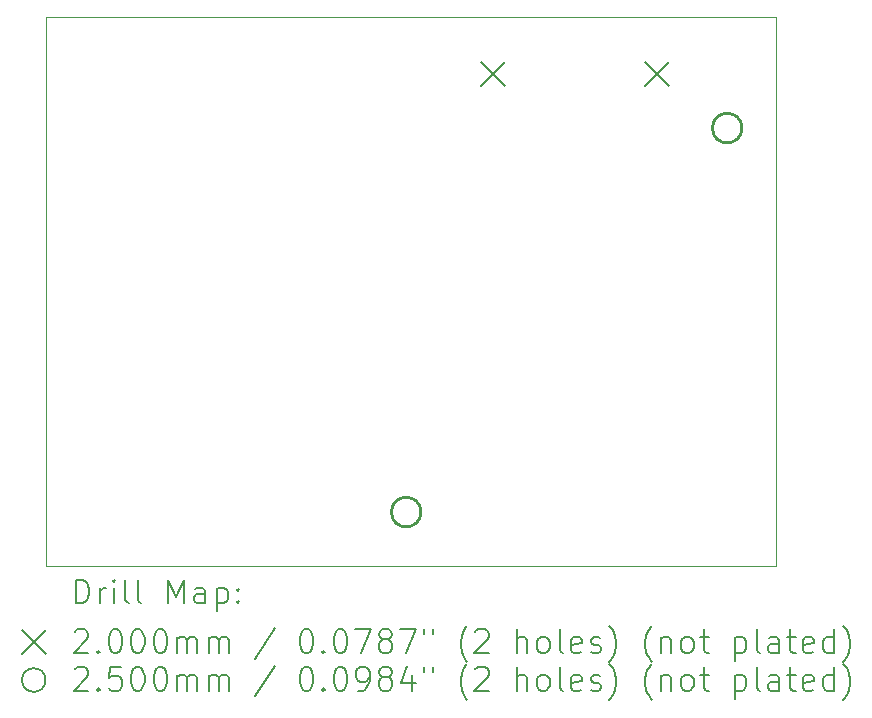
<source format=gbr>
%FSLAX45Y45*%
G04 Gerber Fmt 4.5, Leading zero omitted, Abs format (unit mm)*
G04 Created by KiCad (PCBNEW (6.0.1)) date 2022-04-24 16:29:00*
%MOMM*%
%LPD*%
G01*
G04 APERTURE LIST*
%TA.AperFunction,Profile*%
%ADD10C,0.100000*%
%TD*%
%ADD11C,0.200000*%
%ADD12C,0.250000*%
G04 APERTURE END LIST*
D10*
X16840200Y-6807200D02*
X23018400Y-6807200D01*
X23018400Y-6807200D02*
X23018400Y-11455400D01*
X23018400Y-11455400D02*
X16840200Y-11455400D01*
X16840200Y-11455400D02*
X16840200Y-6807200D01*
D11*
X20521500Y-7190500D02*
X20721500Y-7390500D01*
X20721500Y-7190500D02*
X20521500Y-7390500D01*
X21911500Y-7190500D02*
X22111500Y-7390500D01*
X22111500Y-7190500D02*
X21911500Y-7390500D01*
D12*
X20013200Y-10998200D02*
G75*
G03*
X20013200Y-10998200I-125000J0D01*
G01*
X22731000Y-7747000D02*
G75*
G03*
X22731000Y-7747000I-125000J0D01*
G01*
D11*
X17092819Y-11770876D02*
X17092819Y-11570876D01*
X17140438Y-11570876D01*
X17169010Y-11580400D01*
X17188057Y-11599448D01*
X17197581Y-11618495D01*
X17207105Y-11656590D01*
X17207105Y-11685162D01*
X17197581Y-11723257D01*
X17188057Y-11742305D01*
X17169010Y-11761352D01*
X17140438Y-11770876D01*
X17092819Y-11770876D01*
X17292819Y-11770876D02*
X17292819Y-11637543D01*
X17292819Y-11675638D02*
X17302343Y-11656590D01*
X17311867Y-11647067D01*
X17330914Y-11637543D01*
X17349962Y-11637543D01*
X17416629Y-11770876D02*
X17416629Y-11637543D01*
X17416629Y-11570876D02*
X17407105Y-11580400D01*
X17416629Y-11589924D01*
X17426152Y-11580400D01*
X17416629Y-11570876D01*
X17416629Y-11589924D01*
X17540438Y-11770876D02*
X17521390Y-11761352D01*
X17511867Y-11742305D01*
X17511867Y-11570876D01*
X17645200Y-11770876D02*
X17626152Y-11761352D01*
X17616629Y-11742305D01*
X17616629Y-11570876D01*
X17873771Y-11770876D02*
X17873771Y-11570876D01*
X17940438Y-11713733D01*
X18007105Y-11570876D01*
X18007105Y-11770876D01*
X18188057Y-11770876D02*
X18188057Y-11666114D01*
X18178533Y-11647067D01*
X18159486Y-11637543D01*
X18121390Y-11637543D01*
X18102343Y-11647067D01*
X18188057Y-11761352D02*
X18169010Y-11770876D01*
X18121390Y-11770876D01*
X18102343Y-11761352D01*
X18092819Y-11742305D01*
X18092819Y-11723257D01*
X18102343Y-11704209D01*
X18121390Y-11694686D01*
X18169010Y-11694686D01*
X18188057Y-11685162D01*
X18283295Y-11637543D02*
X18283295Y-11837543D01*
X18283295Y-11647067D02*
X18302343Y-11637543D01*
X18340438Y-11637543D01*
X18359486Y-11647067D01*
X18369010Y-11656590D01*
X18378533Y-11675638D01*
X18378533Y-11732781D01*
X18369010Y-11751828D01*
X18359486Y-11761352D01*
X18340438Y-11770876D01*
X18302343Y-11770876D01*
X18283295Y-11761352D01*
X18464248Y-11751828D02*
X18473771Y-11761352D01*
X18464248Y-11770876D01*
X18454724Y-11761352D01*
X18464248Y-11751828D01*
X18464248Y-11770876D01*
X18464248Y-11647067D02*
X18473771Y-11656590D01*
X18464248Y-11666114D01*
X18454724Y-11656590D01*
X18464248Y-11647067D01*
X18464248Y-11666114D01*
X16635200Y-12000400D02*
X16835200Y-12200400D01*
X16835200Y-12000400D02*
X16635200Y-12200400D01*
X17083295Y-12009924D02*
X17092819Y-12000400D01*
X17111867Y-11990876D01*
X17159486Y-11990876D01*
X17178533Y-12000400D01*
X17188057Y-12009924D01*
X17197581Y-12028971D01*
X17197581Y-12048019D01*
X17188057Y-12076590D01*
X17073771Y-12190876D01*
X17197581Y-12190876D01*
X17283295Y-12171828D02*
X17292819Y-12181352D01*
X17283295Y-12190876D01*
X17273771Y-12181352D01*
X17283295Y-12171828D01*
X17283295Y-12190876D01*
X17416629Y-11990876D02*
X17435676Y-11990876D01*
X17454724Y-12000400D01*
X17464248Y-12009924D01*
X17473771Y-12028971D01*
X17483295Y-12067067D01*
X17483295Y-12114686D01*
X17473771Y-12152781D01*
X17464248Y-12171828D01*
X17454724Y-12181352D01*
X17435676Y-12190876D01*
X17416629Y-12190876D01*
X17397581Y-12181352D01*
X17388057Y-12171828D01*
X17378533Y-12152781D01*
X17369010Y-12114686D01*
X17369010Y-12067067D01*
X17378533Y-12028971D01*
X17388057Y-12009924D01*
X17397581Y-12000400D01*
X17416629Y-11990876D01*
X17607105Y-11990876D02*
X17626152Y-11990876D01*
X17645200Y-12000400D01*
X17654724Y-12009924D01*
X17664248Y-12028971D01*
X17673771Y-12067067D01*
X17673771Y-12114686D01*
X17664248Y-12152781D01*
X17654724Y-12171828D01*
X17645200Y-12181352D01*
X17626152Y-12190876D01*
X17607105Y-12190876D01*
X17588057Y-12181352D01*
X17578533Y-12171828D01*
X17569010Y-12152781D01*
X17559486Y-12114686D01*
X17559486Y-12067067D01*
X17569010Y-12028971D01*
X17578533Y-12009924D01*
X17588057Y-12000400D01*
X17607105Y-11990876D01*
X17797581Y-11990876D02*
X17816629Y-11990876D01*
X17835676Y-12000400D01*
X17845200Y-12009924D01*
X17854724Y-12028971D01*
X17864248Y-12067067D01*
X17864248Y-12114686D01*
X17854724Y-12152781D01*
X17845200Y-12171828D01*
X17835676Y-12181352D01*
X17816629Y-12190876D01*
X17797581Y-12190876D01*
X17778533Y-12181352D01*
X17769010Y-12171828D01*
X17759486Y-12152781D01*
X17749962Y-12114686D01*
X17749962Y-12067067D01*
X17759486Y-12028971D01*
X17769010Y-12009924D01*
X17778533Y-12000400D01*
X17797581Y-11990876D01*
X17949962Y-12190876D02*
X17949962Y-12057543D01*
X17949962Y-12076590D02*
X17959486Y-12067067D01*
X17978533Y-12057543D01*
X18007105Y-12057543D01*
X18026152Y-12067067D01*
X18035676Y-12086114D01*
X18035676Y-12190876D01*
X18035676Y-12086114D02*
X18045200Y-12067067D01*
X18064248Y-12057543D01*
X18092819Y-12057543D01*
X18111867Y-12067067D01*
X18121390Y-12086114D01*
X18121390Y-12190876D01*
X18216629Y-12190876D02*
X18216629Y-12057543D01*
X18216629Y-12076590D02*
X18226152Y-12067067D01*
X18245200Y-12057543D01*
X18273771Y-12057543D01*
X18292819Y-12067067D01*
X18302343Y-12086114D01*
X18302343Y-12190876D01*
X18302343Y-12086114D02*
X18311867Y-12067067D01*
X18330914Y-12057543D01*
X18359486Y-12057543D01*
X18378533Y-12067067D01*
X18388057Y-12086114D01*
X18388057Y-12190876D01*
X18778533Y-11981352D02*
X18607105Y-12238495D01*
X19035676Y-11990876D02*
X19054724Y-11990876D01*
X19073771Y-12000400D01*
X19083295Y-12009924D01*
X19092819Y-12028971D01*
X19102343Y-12067067D01*
X19102343Y-12114686D01*
X19092819Y-12152781D01*
X19083295Y-12171828D01*
X19073771Y-12181352D01*
X19054724Y-12190876D01*
X19035676Y-12190876D01*
X19016629Y-12181352D01*
X19007105Y-12171828D01*
X18997581Y-12152781D01*
X18988057Y-12114686D01*
X18988057Y-12067067D01*
X18997581Y-12028971D01*
X19007105Y-12009924D01*
X19016629Y-12000400D01*
X19035676Y-11990876D01*
X19188057Y-12171828D02*
X19197581Y-12181352D01*
X19188057Y-12190876D01*
X19178533Y-12181352D01*
X19188057Y-12171828D01*
X19188057Y-12190876D01*
X19321390Y-11990876D02*
X19340438Y-11990876D01*
X19359486Y-12000400D01*
X19369010Y-12009924D01*
X19378533Y-12028971D01*
X19388057Y-12067067D01*
X19388057Y-12114686D01*
X19378533Y-12152781D01*
X19369010Y-12171828D01*
X19359486Y-12181352D01*
X19340438Y-12190876D01*
X19321390Y-12190876D01*
X19302343Y-12181352D01*
X19292819Y-12171828D01*
X19283295Y-12152781D01*
X19273771Y-12114686D01*
X19273771Y-12067067D01*
X19283295Y-12028971D01*
X19292819Y-12009924D01*
X19302343Y-12000400D01*
X19321390Y-11990876D01*
X19454724Y-11990876D02*
X19588057Y-11990876D01*
X19502343Y-12190876D01*
X19692819Y-12076590D02*
X19673771Y-12067067D01*
X19664248Y-12057543D01*
X19654724Y-12038495D01*
X19654724Y-12028971D01*
X19664248Y-12009924D01*
X19673771Y-12000400D01*
X19692819Y-11990876D01*
X19730914Y-11990876D01*
X19749962Y-12000400D01*
X19759486Y-12009924D01*
X19769010Y-12028971D01*
X19769010Y-12038495D01*
X19759486Y-12057543D01*
X19749962Y-12067067D01*
X19730914Y-12076590D01*
X19692819Y-12076590D01*
X19673771Y-12086114D01*
X19664248Y-12095638D01*
X19654724Y-12114686D01*
X19654724Y-12152781D01*
X19664248Y-12171828D01*
X19673771Y-12181352D01*
X19692819Y-12190876D01*
X19730914Y-12190876D01*
X19749962Y-12181352D01*
X19759486Y-12171828D01*
X19769010Y-12152781D01*
X19769010Y-12114686D01*
X19759486Y-12095638D01*
X19749962Y-12086114D01*
X19730914Y-12076590D01*
X19835676Y-11990876D02*
X19969010Y-11990876D01*
X19883295Y-12190876D01*
X20035676Y-11990876D02*
X20035676Y-12028971D01*
X20111867Y-11990876D02*
X20111867Y-12028971D01*
X20407105Y-12267067D02*
X20397581Y-12257543D01*
X20378533Y-12228971D01*
X20369010Y-12209924D01*
X20359486Y-12181352D01*
X20349962Y-12133733D01*
X20349962Y-12095638D01*
X20359486Y-12048019D01*
X20369010Y-12019448D01*
X20378533Y-12000400D01*
X20397581Y-11971828D01*
X20407105Y-11962305D01*
X20473771Y-12009924D02*
X20483295Y-12000400D01*
X20502343Y-11990876D01*
X20549962Y-11990876D01*
X20569010Y-12000400D01*
X20578533Y-12009924D01*
X20588057Y-12028971D01*
X20588057Y-12048019D01*
X20578533Y-12076590D01*
X20464248Y-12190876D01*
X20588057Y-12190876D01*
X20826152Y-12190876D02*
X20826152Y-11990876D01*
X20911867Y-12190876D02*
X20911867Y-12086114D01*
X20902343Y-12067067D01*
X20883295Y-12057543D01*
X20854724Y-12057543D01*
X20835676Y-12067067D01*
X20826152Y-12076590D01*
X21035676Y-12190876D02*
X21016629Y-12181352D01*
X21007105Y-12171828D01*
X20997581Y-12152781D01*
X20997581Y-12095638D01*
X21007105Y-12076590D01*
X21016629Y-12067067D01*
X21035676Y-12057543D01*
X21064248Y-12057543D01*
X21083295Y-12067067D01*
X21092819Y-12076590D01*
X21102343Y-12095638D01*
X21102343Y-12152781D01*
X21092819Y-12171828D01*
X21083295Y-12181352D01*
X21064248Y-12190876D01*
X21035676Y-12190876D01*
X21216629Y-12190876D02*
X21197581Y-12181352D01*
X21188057Y-12162305D01*
X21188057Y-11990876D01*
X21369010Y-12181352D02*
X21349962Y-12190876D01*
X21311867Y-12190876D01*
X21292819Y-12181352D01*
X21283295Y-12162305D01*
X21283295Y-12086114D01*
X21292819Y-12067067D01*
X21311867Y-12057543D01*
X21349962Y-12057543D01*
X21369010Y-12067067D01*
X21378533Y-12086114D01*
X21378533Y-12105162D01*
X21283295Y-12124209D01*
X21454724Y-12181352D02*
X21473771Y-12190876D01*
X21511867Y-12190876D01*
X21530914Y-12181352D01*
X21540438Y-12162305D01*
X21540438Y-12152781D01*
X21530914Y-12133733D01*
X21511867Y-12124209D01*
X21483295Y-12124209D01*
X21464248Y-12114686D01*
X21454724Y-12095638D01*
X21454724Y-12086114D01*
X21464248Y-12067067D01*
X21483295Y-12057543D01*
X21511867Y-12057543D01*
X21530914Y-12067067D01*
X21607105Y-12267067D02*
X21616629Y-12257543D01*
X21635676Y-12228971D01*
X21645200Y-12209924D01*
X21654724Y-12181352D01*
X21664248Y-12133733D01*
X21664248Y-12095638D01*
X21654724Y-12048019D01*
X21645200Y-12019448D01*
X21635676Y-12000400D01*
X21616629Y-11971828D01*
X21607105Y-11962305D01*
X21969010Y-12267067D02*
X21959486Y-12257543D01*
X21940438Y-12228971D01*
X21930914Y-12209924D01*
X21921390Y-12181352D01*
X21911867Y-12133733D01*
X21911867Y-12095638D01*
X21921390Y-12048019D01*
X21930914Y-12019448D01*
X21940438Y-12000400D01*
X21959486Y-11971828D01*
X21969010Y-11962305D01*
X22045200Y-12057543D02*
X22045200Y-12190876D01*
X22045200Y-12076590D02*
X22054724Y-12067067D01*
X22073771Y-12057543D01*
X22102343Y-12057543D01*
X22121390Y-12067067D01*
X22130914Y-12086114D01*
X22130914Y-12190876D01*
X22254724Y-12190876D02*
X22235676Y-12181352D01*
X22226152Y-12171828D01*
X22216629Y-12152781D01*
X22216629Y-12095638D01*
X22226152Y-12076590D01*
X22235676Y-12067067D01*
X22254724Y-12057543D01*
X22283295Y-12057543D01*
X22302343Y-12067067D01*
X22311867Y-12076590D01*
X22321390Y-12095638D01*
X22321390Y-12152781D01*
X22311867Y-12171828D01*
X22302343Y-12181352D01*
X22283295Y-12190876D01*
X22254724Y-12190876D01*
X22378533Y-12057543D02*
X22454724Y-12057543D01*
X22407105Y-11990876D02*
X22407105Y-12162305D01*
X22416628Y-12181352D01*
X22435676Y-12190876D01*
X22454724Y-12190876D01*
X22673771Y-12057543D02*
X22673771Y-12257543D01*
X22673771Y-12067067D02*
X22692819Y-12057543D01*
X22730914Y-12057543D01*
X22749962Y-12067067D01*
X22759486Y-12076590D01*
X22769009Y-12095638D01*
X22769009Y-12152781D01*
X22759486Y-12171828D01*
X22749962Y-12181352D01*
X22730914Y-12190876D01*
X22692819Y-12190876D01*
X22673771Y-12181352D01*
X22883295Y-12190876D02*
X22864248Y-12181352D01*
X22854724Y-12162305D01*
X22854724Y-11990876D01*
X23045200Y-12190876D02*
X23045200Y-12086114D01*
X23035676Y-12067067D01*
X23016628Y-12057543D01*
X22978533Y-12057543D01*
X22959486Y-12067067D01*
X23045200Y-12181352D02*
X23026152Y-12190876D01*
X22978533Y-12190876D01*
X22959486Y-12181352D01*
X22949962Y-12162305D01*
X22949962Y-12143257D01*
X22959486Y-12124209D01*
X22978533Y-12114686D01*
X23026152Y-12114686D01*
X23045200Y-12105162D01*
X23111867Y-12057543D02*
X23188057Y-12057543D01*
X23140438Y-11990876D02*
X23140438Y-12162305D01*
X23149962Y-12181352D01*
X23169009Y-12190876D01*
X23188057Y-12190876D01*
X23330914Y-12181352D02*
X23311867Y-12190876D01*
X23273771Y-12190876D01*
X23254724Y-12181352D01*
X23245200Y-12162305D01*
X23245200Y-12086114D01*
X23254724Y-12067067D01*
X23273771Y-12057543D01*
X23311867Y-12057543D01*
X23330914Y-12067067D01*
X23340438Y-12086114D01*
X23340438Y-12105162D01*
X23245200Y-12124209D01*
X23511867Y-12190876D02*
X23511867Y-11990876D01*
X23511867Y-12181352D02*
X23492819Y-12190876D01*
X23454724Y-12190876D01*
X23435676Y-12181352D01*
X23426152Y-12171828D01*
X23416628Y-12152781D01*
X23416628Y-12095638D01*
X23426152Y-12076590D01*
X23435676Y-12067067D01*
X23454724Y-12057543D01*
X23492819Y-12057543D01*
X23511867Y-12067067D01*
X23588057Y-12267067D02*
X23597581Y-12257543D01*
X23616628Y-12228971D01*
X23626152Y-12209924D01*
X23635676Y-12181352D01*
X23645200Y-12133733D01*
X23645200Y-12095638D01*
X23635676Y-12048019D01*
X23626152Y-12019448D01*
X23616628Y-12000400D01*
X23597581Y-11971828D01*
X23588057Y-11962305D01*
X16835200Y-12420400D02*
G75*
G03*
X16835200Y-12420400I-100000J0D01*
G01*
X17083295Y-12329924D02*
X17092819Y-12320400D01*
X17111867Y-12310876D01*
X17159486Y-12310876D01*
X17178533Y-12320400D01*
X17188057Y-12329924D01*
X17197581Y-12348971D01*
X17197581Y-12368019D01*
X17188057Y-12396590D01*
X17073771Y-12510876D01*
X17197581Y-12510876D01*
X17283295Y-12491828D02*
X17292819Y-12501352D01*
X17283295Y-12510876D01*
X17273771Y-12501352D01*
X17283295Y-12491828D01*
X17283295Y-12510876D01*
X17473771Y-12310876D02*
X17378533Y-12310876D01*
X17369010Y-12406114D01*
X17378533Y-12396590D01*
X17397581Y-12387067D01*
X17445200Y-12387067D01*
X17464248Y-12396590D01*
X17473771Y-12406114D01*
X17483295Y-12425162D01*
X17483295Y-12472781D01*
X17473771Y-12491828D01*
X17464248Y-12501352D01*
X17445200Y-12510876D01*
X17397581Y-12510876D01*
X17378533Y-12501352D01*
X17369010Y-12491828D01*
X17607105Y-12310876D02*
X17626152Y-12310876D01*
X17645200Y-12320400D01*
X17654724Y-12329924D01*
X17664248Y-12348971D01*
X17673771Y-12387067D01*
X17673771Y-12434686D01*
X17664248Y-12472781D01*
X17654724Y-12491828D01*
X17645200Y-12501352D01*
X17626152Y-12510876D01*
X17607105Y-12510876D01*
X17588057Y-12501352D01*
X17578533Y-12491828D01*
X17569010Y-12472781D01*
X17559486Y-12434686D01*
X17559486Y-12387067D01*
X17569010Y-12348971D01*
X17578533Y-12329924D01*
X17588057Y-12320400D01*
X17607105Y-12310876D01*
X17797581Y-12310876D02*
X17816629Y-12310876D01*
X17835676Y-12320400D01*
X17845200Y-12329924D01*
X17854724Y-12348971D01*
X17864248Y-12387067D01*
X17864248Y-12434686D01*
X17854724Y-12472781D01*
X17845200Y-12491828D01*
X17835676Y-12501352D01*
X17816629Y-12510876D01*
X17797581Y-12510876D01*
X17778533Y-12501352D01*
X17769010Y-12491828D01*
X17759486Y-12472781D01*
X17749962Y-12434686D01*
X17749962Y-12387067D01*
X17759486Y-12348971D01*
X17769010Y-12329924D01*
X17778533Y-12320400D01*
X17797581Y-12310876D01*
X17949962Y-12510876D02*
X17949962Y-12377543D01*
X17949962Y-12396590D02*
X17959486Y-12387067D01*
X17978533Y-12377543D01*
X18007105Y-12377543D01*
X18026152Y-12387067D01*
X18035676Y-12406114D01*
X18035676Y-12510876D01*
X18035676Y-12406114D02*
X18045200Y-12387067D01*
X18064248Y-12377543D01*
X18092819Y-12377543D01*
X18111867Y-12387067D01*
X18121390Y-12406114D01*
X18121390Y-12510876D01*
X18216629Y-12510876D02*
X18216629Y-12377543D01*
X18216629Y-12396590D02*
X18226152Y-12387067D01*
X18245200Y-12377543D01*
X18273771Y-12377543D01*
X18292819Y-12387067D01*
X18302343Y-12406114D01*
X18302343Y-12510876D01*
X18302343Y-12406114D02*
X18311867Y-12387067D01*
X18330914Y-12377543D01*
X18359486Y-12377543D01*
X18378533Y-12387067D01*
X18388057Y-12406114D01*
X18388057Y-12510876D01*
X18778533Y-12301352D02*
X18607105Y-12558495D01*
X19035676Y-12310876D02*
X19054724Y-12310876D01*
X19073771Y-12320400D01*
X19083295Y-12329924D01*
X19092819Y-12348971D01*
X19102343Y-12387067D01*
X19102343Y-12434686D01*
X19092819Y-12472781D01*
X19083295Y-12491828D01*
X19073771Y-12501352D01*
X19054724Y-12510876D01*
X19035676Y-12510876D01*
X19016629Y-12501352D01*
X19007105Y-12491828D01*
X18997581Y-12472781D01*
X18988057Y-12434686D01*
X18988057Y-12387067D01*
X18997581Y-12348971D01*
X19007105Y-12329924D01*
X19016629Y-12320400D01*
X19035676Y-12310876D01*
X19188057Y-12491828D02*
X19197581Y-12501352D01*
X19188057Y-12510876D01*
X19178533Y-12501352D01*
X19188057Y-12491828D01*
X19188057Y-12510876D01*
X19321390Y-12310876D02*
X19340438Y-12310876D01*
X19359486Y-12320400D01*
X19369010Y-12329924D01*
X19378533Y-12348971D01*
X19388057Y-12387067D01*
X19388057Y-12434686D01*
X19378533Y-12472781D01*
X19369010Y-12491828D01*
X19359486Y-12501352D01*
X19340438Y-12510876D01*
X19321390Y-12510876D01*
X19302343Y-12501352D01*
X19292819Y-12491828D01*
X19283295Y-12472781D01*
X19273771Y-12434686D01*
X19273771Y-12387067D01*
X19283295Y-12348971D01*
X19292819Y-12329924D01*
X19302343Y-12320400D01*
X19321390Y-12310876D01*
X19483295Y-12510876D02*
X19521390Y-12510876D01*
X19540438Y-12501352D01*
X19549962Y-12491828D01*
X19569010Y-12463257D01*
X19578533Y-12425162D01*
X19578533Y-12348971D01*
X19569010Y-12329924D01*
X19559486Y-12320400D01*
X19540438Y-12310876D01*
X19502343Y-12310876D01*
X19483295Y-12320400D01*
X19473771Y-12329924D01*
X19464248Y-12348971D01*
X19464248Y-12396590D01*
X19473771Y-12415638D01*
X19483295Y-12425162D01*
X19502343Y-12434686D01*
X19540438Y-12434686D01*
X19559486Y-12425162D01*
X19569010Y-12415638D01*
X19578533Y-12396590D01*
X19692819Y-12396590D02*
X19673771Y-12387067D01*
X19664248Y-12377543D01*
X19654724Y-12358495D01*
X19654724Y-12348971D01*
X19664248Y-12329924D01*
X19673771Y-12320400D01*
X19692819Y-12310876D01*
X19730914Y-12310876D01*
X19749962Y-12320400D01*
X19759486Y-12329924D01*
X19769010Y-12348971D01*
X19769010Y-12358495D01*
X19759486Y-12377543D01*
X19749962Y-12387067D01*
X19730914Y-12396590D01*
X19692819Y-12396590D01*
X19673771Y-12406114D01*
X19664248Y-12415638D01*
X19654724Y-12434686D01*
X19654724Y-12472781D01*
X19664248Y-12491828D01*
X19673771Y-12501352D01*
X19692819Y-12510876D01*
X19730914Y-12510876D01*
X19749962Y-12501352D01*
X19759486Y-12491828D01*
X19769010Y-12472781D01*
X19769010Y-12434686D01*
X19759486Y-12415638D01*
X19749962Y-12406114D01*
X19730914Y-12396590D01*
X19940438Y-12377543D02*
X19940438Y-12510876D01*
X19892819Y-12301352D02*
X19845200Y-12444209D01*
X19969010Y-12444209D01*
X20035676Y-12310876D02*
X20035676Y-12348971D01*
X20111867Y-12310876D02*
X20111867Y-12348971D01*
X20407105Y-12587067D02*
X20397581Y-12577543D01*
X20378533Y-12548971D01*
X20369010Y-12529924D01*
X20359486Y-12501352D01*
X20349962Y-12453733D01*
X20349962Y-12415638D01*
X20359486Y-12368019D01*
X20369010Y-12339448D01*
X20378533Y-12320400D01*
X20397581Y-12291828D01*
X20407105Y-12282305D01*
X20473771Y-12329924D02*
X20483295Y-12320400D01*
X20502343Y-12310876D01*
X20549962Y-12310876D01*
X20569010Y-12320400D01*
X20578533Y-12329924D01*
X20588057Y-12348971D01*
X20588057Y-12368019D01*
X20578533Y-12396590D01*
X20464248Y-12510876D01*
X20588057Y-12510876D01*
X20826152Y-12510876D02*
X20826152Y-12310876D01*
X20911867Y-12510876D02*
X20911867Y-12406114D01*
X20902343Y-12387067D01*
X20883295Y-12377543D01*
X20854724Y-12377543D01*
X20835676Y-12387067D01*
X20826152Y-12396590D01*
X21035676Y-12510876D02*
X21016629Y-12501352D01*
X21007105Y-12491828D01*
X20997581Y-12472781D01*
X20997581Y-12415638D01*
X21007105Y-12396590D01*
X21016629Y-12387067D01*
X21035676Y-12377543D01*
X21064248Y-12377543D01*
X21083295Y-12387067D01*
X21092819Y-12396590D01*
X21102343Y-12415638D01*
X21102343Y-12472781D01*
X21092819Y-12491828D01*
X21083295Y-12501352D01*
X21064248Y-12510876D01*
X21035676Y-12510876D01*
X21216629Y-12510876D02*
X21197581Y-12501352D01*
X21188057Y-12482305D01*
X21188057Y-12310876D01*
X21369010Y-12501352D02*
X21349962Y-12510876D01*
X21311867Y-12510876D01*
X21292819Y-12501352D01*
X21283295Y-12482305D01*
X21283295Y-12406114D01*
X21292819Y-12387067D01*
X21311867Y-12377543D01*
X21349962Y-12377543D01*
X21369010Y-12387067D01*
X21378533Y-12406114D01*
X21378533Y-12425162D01*
X21283295Y-12444209D01*
X21454724Y-12501352D02*
X21473771Y-12510876D01*
X21511867Y-12510876D01*
X21530914Y-12501352D01*
X21540438Y-12482305D01*
X21540438Y-12472781D01*
X21530914Y-12453733D01*
X21511867Y-12444209D01*
X21483295Y-12444209D01*
X21464248Y-12434686D01*
X21454724Y-12415638D01*
X21454724Y-12406114D01*
X21464248Y-12387067D01*
X21483295Y-12377543D01*
X21511867Y-12377543D01*
X21530914Y-12387067D01*
X21607105Y-12587067D02*
X21616629Y-12577543D01*
X21635676Y-12548971D01*
X21645200Y-12529924D01*
X21654724Y-12501352D01*
X21664248Y-12453733D01*
X21664248Y-12415638D01*
X21654724Y-12368019D01*
X21645200Y-12339448D01*
X21635676Y-12320400D01*
X21616629Y-12291828D01*
X21607105Y-12282305D01*
X21969010Y-12587067D02*
X21959486Y-12577543D01*
X21940438Y-12548971D01*
X21930914Y-12529924D01*
X21921390Y-12501352D01*
X21911867Y-12453733D01*
X21911867Y-12415638D01*
X21921390Y-12368019D01*
X21930914Y-12339448D01*
X21940438Y-12320400D01*
X21959486Y-12291828D01*
X21969010Y-12282305D01*
X22045200Y-12377543D02*
X22045200Y-12510876D01*
X22045200Y-12396590D02*
X22054724Y-12387067D01*
X22073771Y-12377543D01*
X22102343Y-12377543D01*
X22121390Y-12387067D01*
X22130914Y-12406114D01*
X22130914Y-12510876D01*
X22254724Y-12510876D02*
X22235676Y-12501352D01*
X22226152Y-12491828D01*
X22216629Y-12472781D01*
X22216629Y-12415638D01*
X22226152Y-12396590D01*
X22235676Y-12387067D01*
X22254724Y-12377543D01*
X22283295Y-12377543D01*
X22302343Y-12387067D01*
X22311867Y-12396590D01*
X22321390Y-12415638D01*
X22321390Y-12472781D01*
X22311867Y-12491828D01*
X22302343Y-12501352D01*
X22283295Y-12510876D01*
X22254724Y-12510876D01*
X22378533Y-12377543D02*
X22454724Y-12377543D01*
X22407105Y-12310876D02*
X22407105Y-12482305D01*
X22416628Y-12501352D01*
X22435676Y-12510876D01*
X22454724Y-12510876D01*
X22673771Y-12377543D02*
X22673771Y-12577543D01*
X22673771Y-12387067D02*
X22692819Y-12377543D01*
X22730914Y-12377543D01*
X22749962Y-12387067D01*
X22759486Y-12396590D01*
X22769009Y-12415638D01*
X22769009Y-12472781D01*
X22759486Y-12491828D01*
X22749962Y-12501352D01*
X22730914Y-12510876D01*
X22692819Y-12510876D01*
X22673771Y-12501352D01*
X22883295Y-12510876D02*
X22864248Y-12501352D01*
X22854724Y-12482305D01*
X22854724Y-12310876D01*
X23045200Y-12510876D02*
X23045200Y-12406114D01*
X23035676Y-12387067D01*
X23016628Y-12377543D01*
X22978533Y-12377543D01*
X22959486Y-12387067D01*
X23045200Y-12501352D02*
X23026152Y-12510876D01*
X22978533Y-12510876D01*
X22959486Y-12501352D01*
X22949962Y-12482305D01*
X22949962Y-12463257D01*
X22959486Y-12444209D01*
X22978533Y-12434686D01*
X23026152Y-12434686D01*
X23045200Y-12425162D01*
X23111867Y-12377543D02*
X23188057Y-12377543D01*
X23140438Y-12310876D02*
X23140438Y-12482305D01*
X23149962Y-12501352D01*
X23169009Y-12510876D01*
X23188057Y-12510876D01*
X23330914Y-12501352D02*
X23311867Y-12510876D01*
X23273771Y-12510876D01*
X23254724Y-12501352D01*
X23245200Y-12482305D01*
X23245200Y-12406114D01*
X23254724Y-12387067D01*
X23273771Y-12377543D01*
X23311867Y-12377543D01*
X23330914Y-12387067D01*
X23340438Y-12406114D01*
X23340438Y-12425162D01*
X23245200Y-12444209D01*
X23511867Y-12510876D02*
X23511867Y-12310876D01*
X23511867Y-12501352D02*
X23492819Y-12510876D01*
X23454724Y-12510876D01*
X23435676Y-12501352D01*
X23426152Y-12491828D01*
X23416628Y-12472781D01*
X23416628Y-12415638D01*
X23426152Y-12396590D01*
X23435676Y-12387067D01*
X23454724Y-12377543D01*
X23492819Y-12377543D01*
X23511867Y-12387067D01*
X23588057Y-12587067D02*
X23597581Y-12577543D01*
X23616628Y-12548971D01*
X23626152Y-12529924D01*
X23635676Y-12501352D01*
X23645200Y-12453733D01*
X23645200Y-12415638D01*
X23635676Y-12368019D01*
X23626152Y-12339448D01*
X23616628Y-12320400D01*
X23597581Y-12291828D01*
X23588057Y-12282305D01*
M02*

</source>
